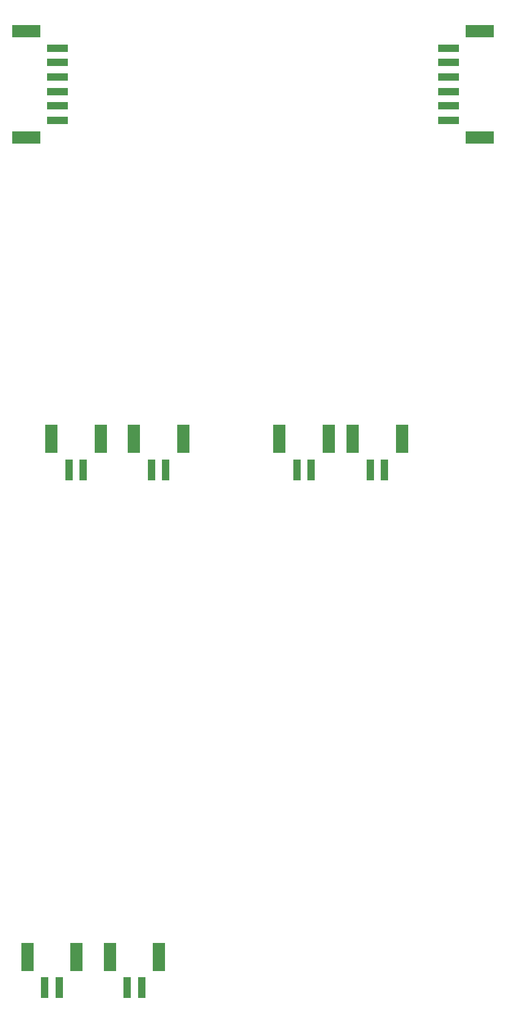
<source format=gbr>
%TF.GenerationSoftware,KiCad,Pcbnew,5.1.9-73d0e3b20d~88~ubuntu20.04.1*%
%TF.CreationDate,2021-04-18T23:10:17-05:00*%
%TF.ProjectId,COTS,434f5453-2e6b-4696-9361-645f70636258,rev?*%
%TF.SameCoordinates,Original*%
%TF.FileFunction,Paste,Top*%
%TF.FilePolarity,Positive*%
%FSLAX46Y46*%
G04 Gerber Fmt 4.6, Leading zero omitted, Abs format (unit mm)*
G04 Created by KiCad (PCBNEW 5.1.9-73d0e3b20d~88~ubuntu20.04.1) date 2021-04-18 23:10:17*
%MOMM*%
%LPD*%
G01*
G04 APERTURE LIST*
%ADD10R,3.000000X1.000000*%
%ADD11R,4.000000X1.800000*%
%ADD12R,1.800000X4.000000*%
%ADD13R,1.000000X3.000000*%
G04 APERTURE END LIST*
D10*
%TO.C,J11*%
X172120000Y-53920000D03*
X172120000Y-55920000D03*
X172120000Y-57920000D03*
X172120000Y-59920000D03*
D11*
X167820000Y-51520000D03*
X167820000Y-66320000D03*
D10*
X172120000Y-61920000D03*
X172120000Y-63920000D03*
%TD*%
%TO.C,J10*%
X226320000Y-63920000D03*
X226320000Y-61920000D03*
X226320000Y-59920000D03*
X226320000Y-57920000D03*
D11*
X230620000Y-66320000D03*
X230620000Y-51520000D03*
D10*
X226320000Y-55920000D03*
X226320000Y-53920000D03*
%TD*%
D12*
%TO.C,J1*%
X174723000Y-179800000D03*
X167923000Y-179800000D03*
D13*
X172323000Y-184100000D03*
X170323000Y-184100000D03*
%TD*%
D12*
%TO.C,J2*%
X186153000Y-179800000D03*
X179353000Y-179800000D03*
D13*
X183753000Y-184100000D03*
X181753000Y-184100000D03*
%TD*%
D12*
%TO.C,J4*%
X209682000Y-108052000D03*
X202882000Y-108052000D03*
D13*
X207282000Y-112352000D03*
X205282000Y-112352000D03*
%TD*%
D12*
%TO.C,J6*%
X189512000Y-108052000D03*
X182712000Y-108052000D03*
D13*
X187112000Y-112352000D03*
X185112000Y-112352000D03*
%TD*%
%TO.C,J3*%
X215442000Y-112352000D03*
X217442000Y-112352000D03*
D12*
X213042000Y-108052000D03*
X219842000Y-108052000D03*
%TD*%
%TO.C,J5*%
X178082000Y-108052000D03*
X171282000Y-108052000D03*
D13*
X175682000Y-112352000D03*
X173682000Y-112352000D03*
%TD*%
M02*

</source>
